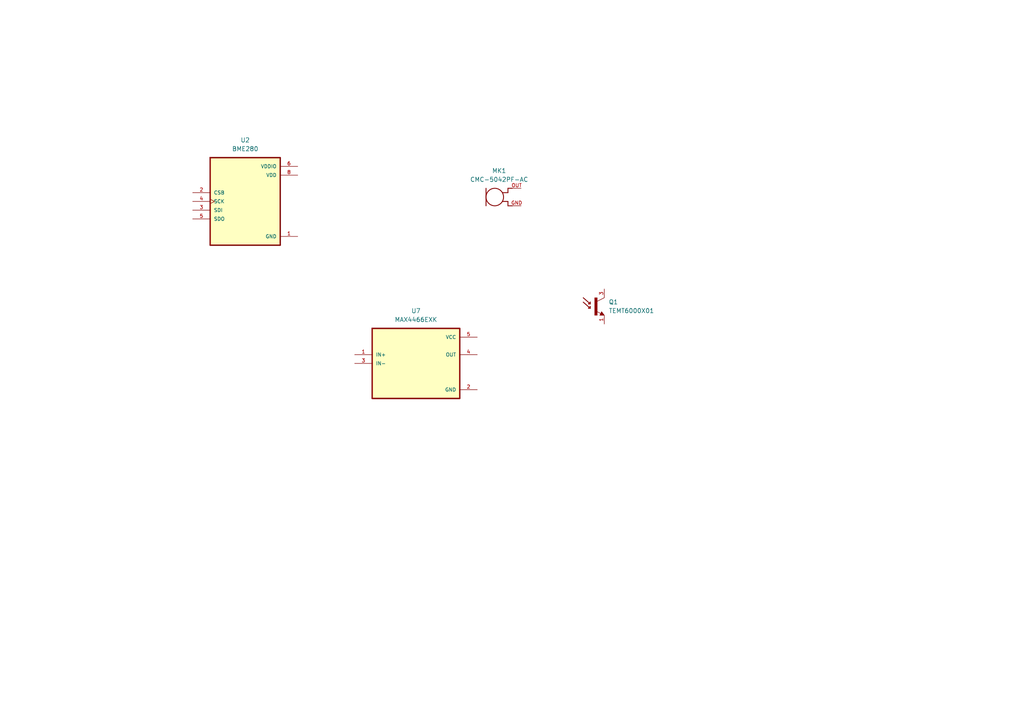
<source format=kicad_sch>
(kicad_sch (version 20250114) (generator "eeschema") (generator_version "9.0")
  (paper "A4")
  (lib_symbols
    (symbol "BME280:BME280" (pin_names (offset 1.016))
      (property "Reference" "U" (at -10.1662 13.3431 0))
      (property "Value" "BME280" (at -10.1683 -15.2524 0))
      (symbol "BME280_0_0"
        (rectangle (start -10.16 -12.7) (end 10.16 12.7) (stroke (width 0.4064)) (fill (type background)))
        (pin input line (at -15.24 2.54 0) (length 5.08) (name "CSB") (number "2"))
        (pin input clock (at -15.24 0 0) (length 5.08) (name "SCK") (number "4"))
        (pin bidirectional line (at -15.24 -2.54 0) (length 5.08) (name "SDI") (number "3"))
        (pin bidirectional line (at -15.24 -5.08 0) (length 5.08) (name "SDO") (number "5"))
        (pin power_in line (at 15.24 10.16 180) (length 5.08) (name "VDDIO") (number "6"))
        (pin power_in line (at 15.24 7.62 180) (length 5.08) (name "VDD") (number "8"))
        (pin power_in line (at 15.24 -10.16 180) (length 5.08) (name "GND") (number "1"))
        (pin power_in line (at 15.24 -10.16 180) (length 5.08) (hide yes) (name "GND") (number "7"))
      )
    )
    (symbol "CMC-5042PF-AC:CMC-5042PF-AC" (pin_names (offset 1.016))
      (property "Reference" "MK" (at -2.5424 5.0848 0))
      (property "Value" "CMC-5042PF-AC" (at -2.5442 -6.3606 0))
      (symbol "CMC-5042PF-AC_0_0"
        (polyline (pts (xy -2.54 2.54) (xy -2.54 -2.54)) (stroke (width 0.254)))
        (circle (center 0 0) (radius 2.54) (stroke (width 0.254)))
        (polyline (pts (xy 3.81 2.54) (xy 3.81 1.27)) (stroke (width 0.254)))
        (polyline (pts (xy 3.81 1.27) (xy 2.2352 1.27)) (stroke (width 0.254)))
        (polyline (pts (xy 3.81 -1.27) (xy 2.2352 -1.27)) (stroke (width 0.254)))
        (polyline (pts (xy 3.81 -2.54) (xy 3.81 -1.27)) (stroke (width 0.254)))
        (polyline (pts (xy 5.08 2.54) (xy 3.81 2.54)) (stroke (width 0.254)))
        (polyline (pts (xy 5.08 -2.54) (xy 3.81 -2.54)) (stroke (width 0.254)))
        (pin output line (at 7.62 2.54 180) (length 2.54) (name "~") (number "OUT"))
        (pin power_in line (at 7.62 -2.54 180) (length 2.54) (name "~") (number "GND"))
      )
    )
    (symbol "MAX4466EXK:MAX4466EXK" (pin_names (offset 1.016))
      (property "Reference" "U" (at -12.7 11.16 0))
      (property "Value" "MAX4466EXK" (at -12.7 -14.16 0))
      (symbol "MAX4466EXK_0_0"
        (rectangle (start -12.7 -10.16) (end 12.7 10.16) (stroke (width 0.41)) (fill (type background)))
        (pin input line (at -17.78 2.54 0) (length 5.08) (name "IN+") (number "1"))
        (pin input line (at -17.78 0 0) (length 5.08) (name "IN-") (number "3"))
        (pin power_in line (at 17.78 7.62 180) (length 5.08) (name "VCC") (number "5"))
        (pin output line (at 17.78 2.54 180) (length 5.08) (name "OUT") (number "4"))
        (pin power_in line (at 17.78 -7.62 180) (length 5.08) (name "GND") (number "2"))
      )
    )
    (symbol "TEMT6000X01:TEMT6000X01" (pin_names (offset 1.016))
      (property "Reference" "Q" (at 5.0999 0 0))
      (property "Value" "TEMT6000X01" (at 5.0887 -2.5444 0))
      (symbol "TEMT6000X01_0_0"
        (polyline (pts (xy -3.556 2.54) (xy -1.524 0.762)) (stroke (width 0.254)))
        (polyline (pts (xy -3.556 1.27) (xy -1.524 -0.508)) (stroke (width 0.254)))
        (polyline (pts (xy -2.032 0.762) (xy -1.524 1.27)) (stroke (width 0.254)))
        (polyline (pts (xy -2.032 -0.508) (xy -1.524 0)) (stroke (width 0.254)))
        (polyline (pts (xy -1.524 1.27) (xy -1.524 0.762)) (stroke (width 0.254)))
        (polyline (pts (xy -1.524 0.762) (xy -2.032 0.762)) (stroke (width 0.254)))
        (polyline (pts (xy -1.524 0) (xy -1.524 -0.508)) (stroke (width 0.254)))
        (polyline (pts (xy -1.524 -0.508) (xy -2.032 -0.508)) (stroke (width 0.254)))
        (rectangle (start -0.2547 -2.5468) (end 0.508 2.54) (stroke (width 0.1)) (fill (type outline)))
        (polyline (pts (xy 1.27 -2.54) (xy 1.778 -1.524)) (stroke (width 0.1524)))
        (polyline (pts (xy 1.524 -2.286) (xy 1.905 -2.286)) (stroke (width 0.254)))
        (polyline (pts (xy 1.524 -2.413) (xy 2.286 -2.413)) (stroke (width 0.254)))
        (polyline (pts (xy 1.54 -2.04) (xy 0.308 -1.424)) (stroke (width 0.1524)))
        (polyline (pts (xy 1.778 -1.524) (xy 2.54 -2.54)) (stroke (width 0.1524)))
        (polyline (pts (xy 1.778 -1.778) (xy 1.524 -2.286)) (stroke (width 0.254)))
        (polyline (pts (xy 1.905 -2.286) (xy 1.778 -2.032)) (stroke (width 0.254)))
        (polyline (pts (xy 2.286 -2.413) (xy 1.778 -1.778)) (stroke (width 0.254)))
        (polyline (pts (xy 2.54 2.54) (xy 0.508 1.524)) (stroke (width 0.1524)))
        (polyline (pts (xy 2.54 -2.54) (xy 1.27 -2.54)) (stroke (width 0.1524)))
        (pin passive line (at 2.54 5.08 270) (length 2.54) (name "~") (number "3"))
        (pin passive line (at 2.54 -5.08 90) (length 2.54) (name "~") (number "1"))
      )
    )
  )
  (symbol (lib_id "BME280:BME280") (at 71.12 58.42 0) (unit 1)
    (property "Reference" "U2" (at 71.12 40.64 0))
    (property "Value" "BME280" (at 71.12 43.18 0))
    (property "Footprint" "BME280:PSON65P250X250X100-8N" (effects (hide yes)))
    (property "MF" "Bosch" (effects (hide yes)))
    (property "DESCRIPTION" "Integrated pressure, humidity and temperature sensor; 8-pin 2.5x2.5x0.93mm LGA" (effects (hide yes)))
    (property "PACKAGE" "LGA-8 Bosch" (effects (hide yes)))
    (property "PRICE" "4.94 USD" (effects (hide yes)))
    (property "Package" "LGA-8 Bosch" (effects (hide yes)))
    (property "Check_prices" "https://www.snapeda.com/parts/BME280/Bosch/view-part/?ref=eda" (effects (hide yes)))
    (property "STANDARD" "IPC-7351B" (effects (hide yes)))
    (property "SnapEDA_Link" "https://www.snapeda.com/parts/BME280/Bosch/view-part/?ref=snap" (effects (hide yes)))
    (property "MP" "BME280" (effects (hide yes)))
    (property "Purchase-URL" "https://www.snapeda.com/api/url_track_click_mouser/?unipart_id=49769&manufacturer=Bosch&part_name=BME280&search_term=bme280" (effects (hide yes)))
    (property "Price" "None" (effects (hide yes)))
    (property "Availability" "In Stock" (effects (hide yes)))
    (property "AVAILABILITY" "Good" (effects (hide yes)))
    (property "Description_1" "Board Mount Humidity Sensors MEMS humidity, pressure and temperature sensor" (effects (hide yes)))
  )
  (symbol (lib_id "MAX4466EXK:MAX4466EXK") (at 120.65 105.41 0) (unit 1)
    (property "Reference" "U7" (at 120.65 90.17 0))
    (property "Value" "MAX4466EXK" (at 120.65 92.71 0))
    (property "Footprint" "MAX4466EXK:SOT65P210X110-5N" (effects (hide yes)))
    (property "MF" "Analog Devices" (effects (hide yes)))
    (property "Description_1" "Audio Amp Microphone 1-CH Mono Class-AB 5-Pin SC-70 T/R" (effects (hide yes)))
    (property "Package" "SC-70-5 Maxim" (effects (hide yes)))
    (property "Price" "None" (effects (hide yes)))
    (property "SnapEDA_Link" "https://www.snapeda.com/parts/MAX4466EXK+T/Analog+Devices/view-part/?ref=snap" (effects (hide yes)))
    (property "MP" "MAX4466EXK+T" (effects (hide yes)))
    (property "Availability" "In Stock" (effects (hide yes)))
    (property "Check_prices" "https://www.snapeda.com/parts/MAX4466EXK+T/Analog+Devices/view-part/?ref=eda" (effects (hide yes)))
  )
  (symbol (lib_id "CMC-5042PF-AC:CMC-5042PF-AC") (at 143.51 57.15 0) (unit 1)
    (property "Reference" "MK1" (at 144.78 49.53 0))
    (property "Value" "CMC-5042PF-AC" (at 144.78 52.07 0))
    (property "Footprint" "CMC-5042PF-AC:CUI_CMC-5042PF-AC" (effects (hide yes)))
    (property "MF" "Same Sky" (effects (hide yes)))
    (property "Description_1" "6.0 mm, Omnidirectional, PCB Mount, 2.0 Vdc, Electret Condenser Microphone" (effects (hide yes)))
    (property "Package" "None" (effects (hide yes)))
    (property "Price" "None" (effects (hide yes)))
    (property "Check_prices" "https://www.snapeda.com/parts/CMC-5042PF-AC/Same+Sky/view-part/?ref=eda" (effects (hide yes)))
    (property "STANDARD" "Manufacturer recommendations" (effects (hide yes)))
    (property "SnapEDA_Link" "https://www.snapeda.com/parts/CMC-5042PF-AC/Same+Sky/view-part/?ref=snap" (effects (hide yes)))
    (property "MP" "CMC-5042PF-AC" (effects (hide yes)))
    (property "Purchase-URL" "https://www.snapeda.com/api/url_track_click_mouser/?unipart_id=128985&manufacturer=Same Sky&part_name=CMC-5042PF-AC&search_term=None" (effects (hide yes)))
    (property "Availability" "In Stock" (effects (hide yes)))
    (property "MANUFACTURER" "CUI INC" (effects (hide yes)))
  )
  (symbol (lib_id "TEMT6000X01:TEMT6000X01") (at 172.72 88.9 0) (unit 1)
    (property "Reference" "Q1" (at 176.53 87.6045 0) (effects (justify left)))
    (property "Value" "TEMT6000X01" (at 176.53 90.1445 0) (effects (justify left)))
    (property "Footprint" "TEMT6000X01:TRANS_TEMT6000X01" (effects (hide yes)))
    (property "MF" "Vishay Semiconductor" (effects (hide yes)))
    (property "Description_1" "Phototransistors 570nm Top View 1206 (3216 Metric)" (effects (hide yes)))
    (property "Package" "1206 Vishay" (effects (hide yes)))
    (property "Price" "None" (effects (hide yes)))
    (property "Check_prices" "https://www.snapeda.com/parts/TEMT6000X01/Vishay/view-part/?ref=eda" (effects (hide yes)))
    (property "STANDARD" "Manufacturer Recommendations" (effects (hide yes)))
    (property "PARTREV" "1.9" (effects (hide yes)))
    (property "SnapEDA_Link" "https://www.snapeda.com/parts/TEMT6000X01/Vishay/view-part/?ref=snap" (effects (hide yes)))
    (property "MP" "TEMT6000X01" (effects (hide yes)))
    (property "Purchase-URL" "https://www.snapeda.com/api/url_track_click_mouser/?unipart_id=106092&manufacturer=Vishay Semiconductor&part_name=TEMT6000X01&search_term=temt6000x01" (effects (hide yes)))
    (property "Availability" "In Stock" (effects (hide yes)))
    (property "MANUFACTURER" "VISHAY" (effects (hide yes)))
  )
)
</source>
